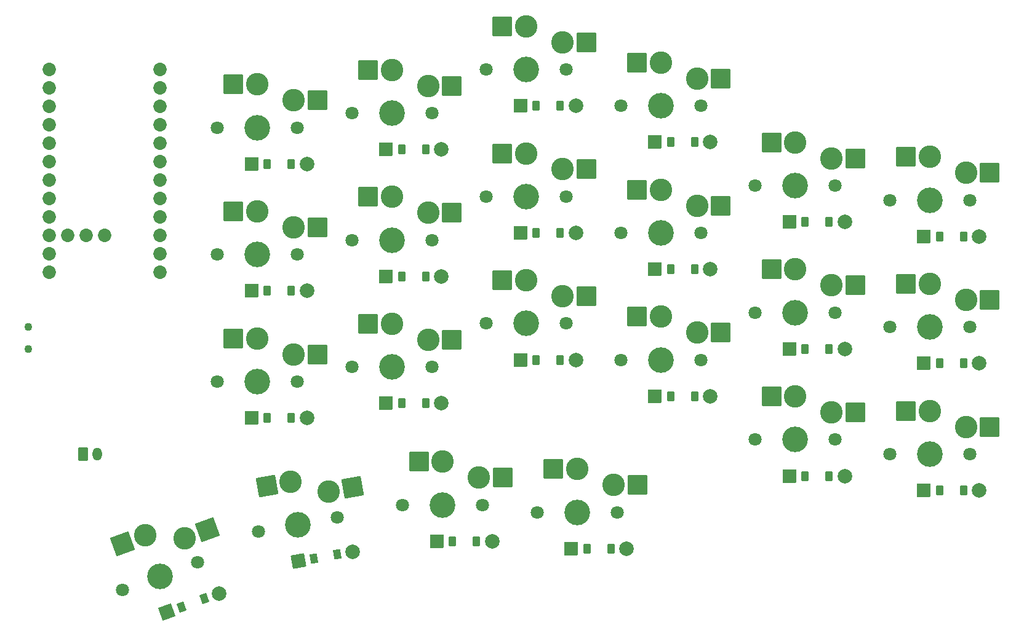
<source format=gbr>
%TF.GenerationSoftware,KiCad,Pcbnew,8.0.4*%
%TF.CreationDate,2024-08-22T13:25:10+01:00*%
%TF.ProjectId,right (v2 backup),72696768-7420-4287-9632-206261636b75,v1.0.0*%
%TF.SameCoordinates,Original*%
%TF.FileFunction,Soldermask,Bot*%
%TF.FilePolarity,Negative*%
%FSLAX46Y46*%
G04 Gerber Fmt 4.6, Leading zero omitted, Abs format (unit mm)*
G04 Created by KiCad (PCBNEW 8.0.4) date 2024-08-22 13:25:10*
%MOMM*%
%LPD*%
G01*
G04 APERTURE LIST*
G04 Aperture macros list*
%AMRoundRect*
0 Rectangle with rounded corners*
0 $1 Rounding radius*
0 $2 $3 $4 $5 $6 $7 $8 $9 X,Y pos of 4 corners*
0 Add a 4 corners polygon primitive as box body*
4,1,4,$2,$3,$4,$5,$6,$7,$8,$9,$2,$3,0*
0 Add four circle primitives for the rounded corners*
1,1,$1+$1,$2,$3*
1,1,$1+$1,$4,$5*
1,1,$1+$1,$6,$7*
1,1,$1+$1,$8,$9*
0 Add four rect primitives between the rounded corners*
20,1,$1+$1,$2,$3,$4,$5,0*
20,1,$1+$1,$4,$5,$6,$7,0*
20,1,$1+$1,$6,$7,$8,$9,0*
20,1,$1+$1,$8,$9,$2,$3,0*%
G04 Aperture macros list end*
%ADD10C,3.529000*%
%ADD11C,1.801800*%
%ADD12C,3.100000*%
%ADD13RoundRect,0.050000X-1.300000X-1.300000X1.300000X-1.300000X1.300000X1.300000X-1.300000X1.300000X0*%
%ADD14RoundRect,0.050000X-1.054507X-1.505993X1.505993X-1.054507X1.054507X1.505993X-1.505993X1.054507X0*%
%ADD15RoundRect,0.050000X-0.776974X-1.666227X1.666227X-0.776974X0.776974X1.666227X-1.666227X0.776974X0*%
%ADD16RoundRect,0.050000X-0.450000X-0.600000X0.450000X-0.600000X0.450000X0.600000X-0.450000X0.600000X0*%
%ADD17RoundRect,0.050000X-0.889000X-0.889000X0.889000X-0.889000X0.889000X0.889000X-0.889000X0.889000X0*%
%ADD18C,2.005000*%
%ADD19RoundRect,0.050000X-0.338975X-0.669026X0.547352X-0.512743X0.338975X0.669026X-0.547352X0.512743X0*%
%ADD20RoundRect,0.050000X-0.721121X-1.029867X1.029867X-0.721121X0.721121X1.029867X-1.029867X0.721121X0*%
%ADD21RoundRect,0.050000X-0.217650X-0.717725X0.628074X-0.409907X0.217650X0.717725X-0.628074X0.409907X0*%
%ADD22RoundRect,0.050000X-0.531331X-1.139443X1.139443X-0.531331X0.531331X1.139443X-1.139443X0.531331X0*%
%ADD23C,1.852600*%
%ADD24C,1.100000*%
%ADD25RoundRect,0.050000X-0.600000X-0.850000X0.600000X-0.850000X0.600000X0.850000X-0.600000X0.850000X0*%
%ADD26O,1.300000X1.800000*%
G04 APERTURE END LIST*
D10*
%TO.C,S1*%
X385565179Y-82480608D03*
D11*
X391065179Y-82480608D03*
X380065179Y-82480608D03*
D12*
X390565180Y-78730608D03*
X385565179Y-76530607D03*
D13*
X382290179Y-76530608D03*
X393840179Y-78730608D03*
%TD*%
D10*
%TO.C,S2*%
X385565178Y-64980609D03*
D11*
X391065178Y-64980609D03*
X380065178Y-64980609D03*
D12*
X390565179Y-61230609D03*
X385565178Y-59030608D03*
D13*
X382290178Y-59030609D03*
X393840178Y-61230609D03*
%TD*%
D10*
%TO.C,S3*%
X385565177Y-47480608D03*
D11*
X391065177Y-47480608D03*
X380065177Y-47480608D03*
D12*
X390565178Y-43730608D03*
X385565177Y-41530607D03*
D13*
X382290177Y-41530608D03*
X393840177Y-43730608D03*
%TD*%
D10*
%TO.C,S4*%
X367065176Y-80480610D03*
D11*
X372565176Y-80480610D03*
X361565176Y-80480610D03*
D12*
X372065177Y-76730610D03*
X367065176Y-74530609D03*
D13*
X363790176Y-74530610D03*
X375340176Y-76730610D03*
%TD*%
D10*
%TO.C,S5*%
X367065178Y-62980608D03*
D11*
X372565178Y-62980608D03*
X361565178Y-62980608D03*
D12*
X372065179Y-59230608D03*
X367065178Y-57030607D03*
D13*
X363790178Y-57030608D03*
X375340178Y-59230608D03*
%TD*%
D10*
%TO.C,S6*%
X367065178Y-45480608D03*
D11*
X372565178Y-45480608D03*
X361565178Y-45480608D03*
D12*
X372065179Y-41730608D03*
X367065178Y-39530607D03*
D13*
X363790178Y-39530608D03*
X375340178Y-41730608D03*
%TD*%
D10*
%TO.C,S7*%
X348565179Y-69480608D03*
D11*
X354065179Y-69480608D03*
X343065179Y-69480608D03*
D12*
X353565180Y-65730608D03*
X348565179Y-63530607D03*
D13*
X345290179Y-63530608D03*
X356840179Y-65730608D03*
%TD*%
D10*
%TO.C,S8*%
X348565178Y-51980608D03*
D11*
X354065178Y-51980608D03*
X343065178Y-51980608D03*
D12*
X353565179Y-48230608D03*
X348565178Y-46030607D03*
D13*
X345290178Y-46030608D03*
X356840178Y-48230608D03*
%TD*%
D10*
%TO.C,S9*%
X348565179Y-34480608D03*
D11*
X354065179Y-34480608D03*
X343065179Y-34480608D03*
D12*
X353565180Y-30730608D03*
X348565179Y-28530607D03*
D13*
X345290179Y-28530608D03*
X356840179Y-30730608D03*
%TD*%
D10*
%TO.C,S10*%
X330065179Y-64480609D03*
D11*
X335565179Y-64480609D03*
X324565179Y-64480609D03*
D12*
X335065180Y-60730609D03*
X330065179Y-58530608D03*
D13*
X326790179Y-58530609D03*
X338340179Y-60730609D03*
%TD*%
D10*
%TO.C,S11*%
X330065178Y-46980608D03*
D11*
X335565178Y-46980608D03*
X324565178Y-46980608D03*
D12*
X335065179Y-43230608D03*
X330065178Y-41030607D03*
D13*
X326790178Y-41030608D03*
X338340178Y-43230608D03*
%TD*%
D10*
%TO.C,S12*%
X330065179Y-29480609D03*
D11*
X335565179Y-29480609D03*
X324565179Y-29480609D03*
D12*
X335065180Y-25730609D03*
X330065179Y-23530608D03*
D13*
X326790179Y-23530609D03*
X338340179Y-25730609D03*
%TD*%
D10*
%TO.C,S13*%
X311565178Y-70480608D03*
D11*
X317065178Y-70480608D03*
X306065178Y-70480608D03*
D12*
X316565179Y-66730608D03*
X311565178Y-64530607D03*
D13*
X308290178Y-64530608D03*
X319840178Y-66730608D03*
%TD*%
D10*
%TO.C,S14*%
X311565178Y-52980609D03*
D11*
X317065178Y-52980609D03*
X306065178Y-52980609D03*
D12*
X316565179Y-49230609D03*
X311565178Y-47030608D03*
D13*
X308290178Y-47030609D03*
X319840178Y-49230609D03*
%TD*%
D10*
%TO.C,S15*%
X311565177Y-35480608D03*
D11*
X317065177Y-35480608D03*
X306065177Y-35480608D03*
D12*
X316565178Y-31730608D03*
X311565177Y-29530607D03*
D13*
X308290177Y-29530608D03*
X319840177Y-31730608D03*
%TD*%
D10*
%TO.C,S16*%
X293065178Y-72480609D03*
D11*
X298565178Y-72480609D03*
X287565178Y-72480609D03*
D12*
X298065179Y-68730609D03*
X293065178Y-66530608D03*
D13*
X289790178Y-66530609D03*
X301340178Y-68730609D03*
%TD*%
D10*
%TO.C,S17*%
X293065178Y-54980609D03*
D11*
X298565178Y-54980609D03*
X287565178Y-54980609D03*
D12*
X298065179Y-51230609D03*
X293065178Y-49030608D03*
D13*
X289790178Y-49030609D03*
X301340178Y-51230609D03*
%TD*%
D10*
%TO.C,S18*%
X293065178Y-37480608D03*
D11*
X298565178Y-37480608D03*
X287565178Y-37480608D03*
D12*
X298065179Y-33730608D03*
X293065178Y-31530607D03*
D13*
X289790178Y-31530608D03*
X301340178Y-33730608D03*
%TD*%
D10*
%TO.C,S19*%
X337065178Y-90480607D03*
D11*
X342565178Y-90480607D03*
X331565178Y-90480607D03*
D12*
X342065179Y-86730607D03*
X337065178Y-84530606D03*
D13*
X333790178Y-84530607D03*
X345340178Y-86730607D03*
%TD*%
D10*
%TO.C,S20*%
X318565178Y-89480608D03*
D11*
X324065178Y-89480608D03*
X313065178Y-89480608D03*
D12*
X323565179Y-85730608D03*
X318565178Y-83530607D03*
D13*
X315290178Y-83530608D03*
X326840178Y-85730608D03*
%TD*%
D10*
%TO.C,S21*%
X298639075Y-92180172D03*
D11*
X304055518Y-91225107D03*
X293222632Y-93135237D03*
D12*
X302911934Y-87618902D03*
X297605868Y-86320566D03*
D14*
X294380623Y-86889264D03*
X306137178Y-87050204D03*
%TD*%
D10*
%TO.C,S22*%
X279658116Y-99283663D03*
D11*
X284826425Y-97402552D03*
X274489807Y-101164774D03*
D12*
X283074004Y-94049715D03*
X277623096Y-93692492D03*
D15*
X274545603Y-94812608D03*
X286151497Y-92929599D03*
%TD*%
D16*
%TO.C,D1*%
X390215178Y-87480609D03*
X386915178Y-87480611D03*
D17*
X384755178Y-87480610D03*
D18*
X392375178Y-87480610D03*
%TD*%
D16*
%TO.C,D2*%
X390215179Y-69980607D03*
X386915179Y-69980609D03*
D17*
X384755179Y-69980608D03*
D18*
X392375179Y-69980608D03*
%TD*%
D16*
%TO.C,D3*%
X390215177Y-52480608D03*
X386915177Y-52480610D03*
D17*
X384755177Y-52480609D03*
D18*
X392375177Y-52480609D03*
%TD*%
D16*
%TO.C,D4*%
X371715178Y-85480608D03*
X368415178Y-85480610D03*
D17*
X366255178Y-85480609D03*
D18*
X373875178Y-85480609D03*
%TD*%
D16*
%TO.C,D5*%
X371715176Y-67980608D03*
X368415176Y-67980610D03*
D17*
X366255176Y-67980609D03*
D18*
X373875176Y-67980609D03*
%TD*%
D16*
%TO.C,D6*%
X371715179Y-50480608D03*
X368415179Y-50480610D03*
D17*
X366255179Y-50480609D03*
D18*
X373875179Y-50480609D03*
%TD*%
D16*
%TO.C,D7*%
X353215177Y-74480608D03*
X349915177Y-74480610D03*
D17*
X347755177Y-74480609D03*
D18*
X355375177Y-74480609D03*
%TD*%
D16*
%TO.C,D8*%
X353215179Y-56980607D03*
X349915179Y-56980609D03*
D17*
X347755179Y-56980608D03*
D18*
X355375179Y-56980608D03*
%TD*%
D16*
%TO.C,D9*%
X353215178Y-39480608D03*
X349915178Y-39480610D03*
D17*
X347755178Y-39480609D03*
D18*
X355375178Y-39480609D03*
%TD*%
D16*
%TO.C,D10*%
X334715177Y-69480608D03*
X331415177Y-69480610D03*
D17*
X329255177Y-69480609D03*
D18*
X336875177Y-69480609D03*
%TD*%
D16*
%TO.C,D11*%
X334715178Y-51980607D03*
X331415178Y-51980609D03*
D17*
X329255178Y-51980608D03*
D18*
X336875178Y-51980608D03*
%TD*%
D16*
%TO.C,D12*%
X334715179Y-34480608D03*
X331415179Y-34480610D03*
D17*
X329255179Y-34480609D03*
D18*
X336875179Y-34480609D03*
%TD*%
D16*
%TO.C,D13*%
X316215179Y-75480609D03*
X312915179Y-75480611D03*
D17*
X310755179Y-75480610D03*
D18*
X318375179Y-75480610D03*
%TD*%
D16*
%TO.C,D14*%
X316215177Y-57980607D03*
X312915177Y-57980609D03*
D17*
X310755177Y-57980608D03*
D18*
X318375177Y-57980608D03*
%TD*%
D16*
%TO.C,D15*%
X316215178Y-40480608D03*
X312915178Y-40480610D03*
D17*
X310755178Y-40480609D03*
D18*
X318375178Y-40480609D03*
%TD*%
D16*
%TO.C,D16*%
X297715178Y-77480609D03*
X294415178Y-77480611D03*
D17*
X292255178Y-77480610D03*
D18*
X299875178Y-77480610D03*
%TD*%
D16*
%TO.C,D17*%
X297715179Y-59980606D03*
X294415179Y-59980608D03*
D17*
X292255179Y-59980607D03*
D18*
X299875179Y-59980607D03*
%TD*%
D16*
%TO.C,D18*%
X297715178Y-42480608D03*
X294415178Y-42480610D03*
D17*
X292255178Y-42480609D03*
D18*
X299875178Y-42480609D03*
%TD*%
D16*
%TO.C,D19*%
X341715176Y-95480608D03*
X338415176Y-95480610D03*
D17*
X336255176Y-95480609D03*
D18*
X343875176Y-95480609D03*
%TD*%
D16*
%TO.C,D20*%
X323215178Y-94480607D03*
X319915178Y-94480609D03*
D17*
X317755178Y-94480608D03*
D18*
X325375178Y-94480608D03*
%TD*%
D19*
%TO.C,D21*%
X304086672Y-96296749D03*
X300836806Y-96869785D03*
D20*
X298709621Y-97244867D03*
D18*
X306213857Y-95921667D03*
%TD*%
D21*
%TO.C,D22*%
X285737787Y-102391734D03*
X282636801Y-103520398D03*
D22*
X280607065Y-104259163D03*
D18*
X287767523Y-101652969D03*
%TD*%
D23*
%TO.C,MCU1*%
X264445178Y-29510610D03*
X264445178Y-32050609D03*
X264445178Y-34590609D03*
X264445178Y-37130609D03*
X264445178Y-39670609D03*
X264445178Y-42210609D03*
X264445178Y-44750609D03*
X264445178Y-47290609D03*
X264445179Y-49830609D03*
X264445178Y-52370609D03*
X264445178Y-54910609D03*
X264445178Y-57450609D03*
X279685178Y-57450608D03*
X279685178Y-54910609D03*
X279685178Y-52370609D03*
X279685178Y-49830609D03*
X279685178Y-47290609D03*
X279685178Y-44750609D03*
X279685178Y-42210609D03*
X279685178Y-39670609D03*
X279685177Y-37130609D03*
X279685178Y-34590609D03*
X279685178Y-32050609D03*
X279685178Y-29510609D03*
X266985178Y-52370609D03*
X269525178Y-52370609D03*
X272065178Y-52370609D03*
%TD*%
D24*
%TO.C,T1*%
X261565178Y-64980607D03*
X261565178Y-67980607D03*
%TD*%
D25*
%TO.C,JST1*%
X269065178Y-82480608D03*
D26*
X271065178Y-82480608D03*
%TD*%
M02*

</source>
